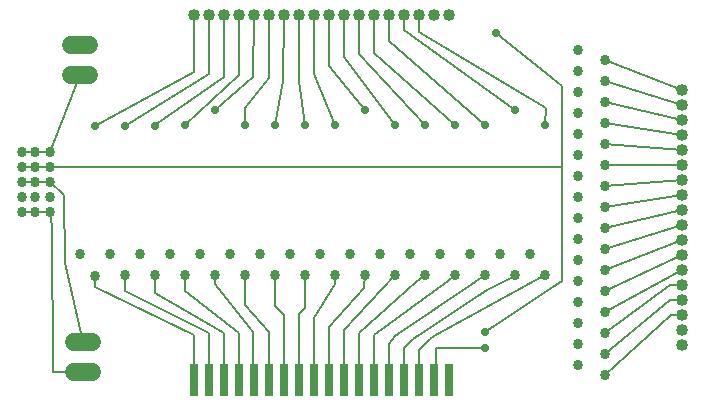
<source format=gbl>
G75*
%MOIN*%
%OFA0B0*%
%FSLAX25Y25*%
%IPPOS*%
%LPD*%
%AMOC8*
5,1,8,0,0,1.08239X$1,22.5*
%
%ADD10C,0.05906*%
%ADD11C,0.04000*%
%ADD12C,0.03369*%
%ADD13R,0.03000X0.11000*%
%ADD14C,0.02778*%
%ADD15C,0.00800*%
%ADD16C,0.00600*%
D10*
X0023048Y0011300D02*
X0028954Y0011300D01*
X0028954Y0021300D02*
X0023048Y0021300D01*
X0022048Y0110300D02*
X0027954Y0110300D01*
X0027954Y0120300D02*
X0022048Y0120300D01*
D11*
X0063001Y0130300D03*
X0068001Y0130300D03*
X0073001Y0130300D03*
X0078001Y0130300D03*
X0083001Y0130300D03*
X0088001Y0130300D03*
X0093001Y0130300D03*
X0098001Y0130300D03*
X0103001Y0130300D03*
X0108001Y0130300D03*
X0113001Y0130300D03*
X0118001Y0130300D03*
X0123001Y0130300D03*
X0128001Y0130300D03*
X0133001Y0130300D03*
X0138001Y0130300D03*
X0143001Y0130300D03*
X0148001Y0130300D03*
X0225501Y0105300D03*
X0225501Y0100300D03*
X0225501Y0095300D03*
X0225501Y0090300D03*
X0225501Y0085300D03*
X0225501Y0080300D03*
X0225501Y0075300D03*
X0225501Y0070300D03*
X0225501Y0065300D03*
X0225501Y0060300D03*
X0225501Y0055300D03*
X0225501Y0050300D03*
X0225501Y0045300D03*
X0225501Y0040300D03*
X0225501Y0035300D03*
X0225501Y0030300D03*
X0225501Y0025300D03*
X0225501Y0020300D03*
D12*
X0200001Y0017300D03*
X0191001Y0013800D03*
X0200001Y0010300D03*
X0191001Y0020800D03*
X0200001Y0024300D03*
X0191001Y0027800D03*
X0200001Y0031300D03*
X0191001Y0034800D03*
X0200001Y0038300D03*
X0191001Y0041800D03*
X0200001Y0045300D03*
X0191001Y0048800D03*
X0200001Y0052300D03*
X0191001Y0055800D03*
X0200001Y0059300D03*
X0191001Y0062800D03*
X0200001Y0066300D03*
X0191001Y0069800D03*
X0200001Y0073300D03*
X0191001Y0076800D03*
X0200001Y0080300D03*
X0191001Y0083800D03*
X0200001Y0087300D03*
X0191001Y0090800D03*
X0200001Y0094300D03*
X0191001Y0097800D03*
X0200001Y0101300D03*
X0191001Y0104800D03*
X0200001Y0108300D03*
X0191001Y0111800D03*
X0200001Y0115300D03*
X0191001Y0118800D03*
X0175001Y0050800D03*
X0180001Y0043800D03*
X0170001Y0043800D03*
X0165001Y0050800D03*
X0155001Y0050800D03*
X0145001Y0050800D03*
X0135001Y0050800D03*
X0140001Y0043800D03*
X0150001Y0043800D03*
X0160001Y0043800D03*
X0130001Y0043800D03*
X0120001Y0043800D03*
X0110001Y0043800D03*
X0100001Y0043800D03*
X0105001Y0050800D03*
X0115001Y0050800D03*
X0125001Y0050800D03*
X0095001Y0050800D03*
X0085001Y0050800D03*
X0075001Y0050800D03*
X0080001Y0043800D03*
X0090001Y0043800D03*
X0070001Y0043800D03*
X0065001Y0050800D03*
X0055001Y0050800D03*
X0045001Y0050800D03*
X0035001Y0050800D03*
X0040001Y0043800D03*
X0050001Y0043800D03*
X0060001Y0043800D03*
X0030001Y0043300D03*
X0025001Y0050800D03*
X0015001Y0064800D03*
X0010001Y0064800D03*
X0005501Y0064800D03*
X0005501Y0069800D03*
X0010001Y0069800D03*
X0015001Y0069800D03*
X0015001Y0074800D03*
X0010001Y0074800D03*
X0005501Y0074800D03*
X0005501Y0079800D03*
X0010001Y0079800D03*
X0015001Y0079800D03*
X0015001Y0084800D03*
X0010001Y0084800D03*
X0005501Y0084800D03*
D13*
X0063001Y0008800D03*
X0068001Y0008800D03*
X0073001Y0008800D03*
X0078001Y0008800D03*
X0083001Y0008800D03*
X0088001Y0008800D03*
X0093001Y0008800D03*
X0098001Y0008800D03*
X0103001Y0008800D03*
X0108001Y0008800D03*
X0113001Y0008800D03*
X0118001Y0008800D03*
X0123001Y0008800D03*
X0128001Y0008800D03*
X0133001Y0008800D03*
X0138001Y0008800D03*
X0143001Y0008800D03*
X0148001Y0008800D03*
D14*
X0160001Y0019300D03*
X0160001Y0024800D03*
X0050001Y0093300D03*
X0040001Y0093300D03*
X0030001Y0093300D03*
X0060001Y0093800D03*
X0070001Y0098800D03*
X0080001Y0093800D03*
X0090001Y0093800D03*
X0100001Y0093800D03*
X0110001Y0093800D03*
X0120001Y0098800D03*
X0130001Y0093800D03*
X0140001Y0093800D03*
X0150001Y0093800D03*
X0160001Y0093800D03*
X0170001Y0098800D03*
X0180001Y0093800D03*
X0163501Y0124300D03*
D15*
X0015501Y0059800D02*
X0016001Y0011300D01*
X0026001Y0011300D01*
X0026001Y0021300D02*
X0020001Y0047800D01*
X0019501Y0070300D01*
X0015001Y0074800D01*
X0015001Y0079800D02*
X0010001Y0079800D01*
X0005501Y0079800D01*
X0005501Y0084800D02*
X0010001Y0084800D01*
X0015001Y0084800D01*
X0025001Y0110300D01*
X0050001Y0093800D02*
X0050001Y0093300D01*
X0050001Y0093800D02*
X0073001Y0109800D01*
X0073001Y0130300D01*
X0078001Y0130300D02*
X0078001Y0110300D01*
X0060001Y0093800D01*
X0070001Y0098800D02*
X0082501Y0109800D01*
X0083001Y0130300D01*
X0088001Y0130300D02*
X0088001Y0109300D01*
X0080001Y0099300D01*
X0080001Y0093800D01*
X0090001Y0093800D02*
X0092501Y0108300D01*
X0093001Y0130300D01*
X0098001Y0130300D02*
X0098001Y0108300D01*
X0100001Y0093800D01*
X0110001Y0093800D02*
X0103001Y0110800D01*
X0103001Y0130300D01*
X0108001Y0130300D02*
X0108001Y0113300D01*
X0120001Y0098800D01*
X0130001Y0093800D02*
X0113001Y0116300D01*
X0113001Y0130300D01*
X0118001Y0130300D02*
X0118001Y0117300D01*
X0140001Y0093800D01*
X0150001Y0093800D02*
X0123001Y0117800D01*
X0123001Y0130300D01*
X0128001Y0130300D02*
X0128001Y0121800D01*
X0160001Y0093800D01*
X0170001Y0098800D02*
X0133001Y0125300D01*
X0133001Y0130300D01*
X0138001Y0130300D02*
X0138001Y0124800D01*
X0163501Y0124300D02*
X0185501Y0106800D01*
X0185501Y0079800D01*
X0015001Y0079800D01*
X0030001Y0093300D02*
X0063001Y0111300D01*
X0063001Y0130300D01*
X0068001Y0130300D02*
X0068001Y0110800D01*
X0040001Y0093300D01*
X0015001Y0064800D02*
X0010001Y0064800D01*
X0005501Y0064800D01*
X0015001Y0064800D02*
X0015501Y0059800D01*
X0040001Y0043800D02*
X0040001Y0038300D01*
X0068001Y0024300D01*
X0068001Y0008800D01*
X0073001Y0008800D02*
X0073001Y0024300D01*
X0050001Y0037800D01*
X0050001Y0043800D01*
X0060001Y0043800D02*
X0060001Y0038300D01*
X0078001Y0024300D01*
X0078001Y0008800D01*
X0082501Y0007800D02*
X0083001Y0008800D01*
X0082501Y0007800D02*
X0082501Y0024800D01*
X0070001Y0040800D01*
X0070001Y0043800D01*
X0080001Y0043800D02*
X0080001Y0033800D01*
X0088001Y0024800D01*
X0088001Y0008800D01*
X0093001Y0008800D02*
X0093001Y0030300D01*
X0090001Y0033300D01*
X0090001Y0043800D01*
X0100001Y0043800D02*
X0100001Y0032800D01*
X0098001Y0030800D01*
X0098001Y0008800D01*
X0103001Y0008800D02*
X0103001Y0029300D01*
X0110001Y0040800D01*
X0110001Y0043800D01*
X0120001Y0043800D02*
X0119501Y0039300D01*
X0108001Y0026300D01*
X0108001Y0008800D01*
X0113001Y0008800D02*
X0113001Y0025300D01*
X0130001Y0043800D01*
X0137001Y0041300D02*
X0140001Y0043800D01*
X0137001Y0041300D02*
X0118001Y0024300D01*
X0118001Y0008800D01*
X0123001Y0008800D02*
X0123001Y0023800D01*
X0147501Y0041800D01*
X0150001Y0043800D01*
X0156501Y0041300D02*
X0160001Y0043800D01*
X0156501Y0041300D02*
X0130001Y0023300D01*
X0128001Y0020800D01*
X0128001Y0008800D01*
X0133001Y0008800D02*
X0133001Y0019300D01*
X0136001Y0022300D01*
X0160501Y0038800D01*
X0168501Y0042800D01*
X0170001Y0043800D01*
X0180001Y0043800D02*
X0143001Y0023300D01*
X0141501Y0022300D01*
X0138001Y0018800D01*
X0138001Y0008800D01*
X0143001Y0008800D02*
X0143501Y0012800D01*
X0143501Y0019300D01*
X0160001Y0019300D01*
X0160001Y0024800D02*
X0185501Y0041800D01*
X0185501Y0079800D01*
X0063001Y0023800D02*
X0063001Y0008800D01*
X0063001Y0023800D02*
X0030001Y0039800D01*
X0030001Y0043300D01*
D16*
X0015001Y0074800D02*
X0010001Y0074800D01*
X0005501Y0074800D01*
X0138001Y0124800D02*
X0180154Y0099300D01*
X0180001Y0093800D01*
X0200001Y0094300D02*
X0225501Y0090300D01*
X0225501Y0085300D02*
X0200001Y0087300D01*
X0200001Y0080300D02*
X0225501Y0080300D01*
X0225501Y0075300D02*
X0200001Y0073300D01*
X0200001Y0066300D02*
X0225501Y0070300D01*
X0225501Y0065300D02*
X0200001Y0059300D01*
X0200001Y0052300D02*
X0225501Y0060300D01*
X0225501Y0055300D02*
X0200001Y0045300D01*
X0200001Y0038300D02*
X0225501Y0050300D01*
X0225501Y0045300D02*
X0200001Y0031300D01*
X0200001Y0024300D02*
X0221501Y0040300D01*
X0225501Y0040300D01*
X0225501Y0035300D02*
X0221501Y0035300D01*
X0200001Y0017300D01*
X0200001Y0010300D02*
X0222001Y0030300D01*
X0225501Y0030300D01*
X0225501Y0095300D02*
X0200001Y0101300D01*
X0200001Y0108300D02*
X0225501Y0100300D01*
X0225501Y0105300D02*
X0200001Y0115300D01*
M02*

</source>
